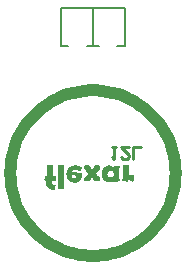
<source format=gbo>
%FSTAX44Y44*%
%MOMM*%
%SFA1B1*%

%IPPOS*%
%ADD10C,0.999998*%
%ADD11C,0.200000*%
%ADD12C,0.220000*%
%LNpcb1-1*%
%LPD*%
G36*
X00072633Y00074844D02*
X0007295D01*
X00073194Y0007482*
X00073414Y00074796*
X00073585*
X00073682Y00074771*
X00073731*
X00073902Y00074722*
X00074Y00074698*
X00074073Y00074649*
X00074097*
X0007417Y00074576*
X00074195Y00074478*
X00074219Y00074405*
Y00074381*
Y00071891*
Y00071793*
X0007417Y0007172*
X00074097Y00071549*
X00074Y00071427*
X00073975Y00071403*
X00073951Y00071378*
X0007356Y00070963*
X00073218Y00070573*
X00072877Y00070231*
X00072559Y00069889*
X00072291Y00069596*
X00072022Y00069303*
X00071778Y00069059*
X00071583Y0006884*
X00071388Y0006862*
X00071217Y00068449*
X00071095Y00068303*
X00070973Y00068205*
X000709Y00068107*
X00070826Y00068034*
X00070802Y0006801*
X00070777Y00067985*
X00071168Y0006757*
X0007151Y00067204*
X00071851Y00066862*
X00072169Y00066521*
X00072437Y00066228*
X00072706Y00065959*
X0007295Y00065715*
X00073145Y00065496*
X0007334Y000653*
X00073511Y00065129*
X00073633Y00064983*
X00073755Y00064861*
X00073829Y00064788*
X00073902Y00064714*
X00073951Y00064666*
X00074048Y00064592*
X00074097Y00064519*
X00074195Y00064348*
X00074219Y00064251*
Y00064202*
Y00061712*
X00074195Y0006159*
X00074146Y00061492*
X00074048Y00061444*
X00073975Y00061395*
X0007378Y00061346*
X00073194*
X00072877Y0006137*
X0007234*
X0007212Y00061395*
X00071925*
X0007151Y00061419*
X00070851*
X00070607Y00061444*
X0007007*
X00069972Y00061492*
X00069801Y00061566*
X00069703Y00061663*
X00069655Y00061688*
Y00061712*
X00069362Y00062152*
X0006902Y00062591*
X00068678Y0006303*
X00068361Y00063445*
X00068068Y00063811*
X00067946Y00063958*
X00067848Y0006408*
X00067751Y00064202*
X00067677Y00064275*
X00067653Y00064324*
X00067629Y00064348*
X0006714Y00063787*
X00066701Y00063274*
X00066335Y0006281*
X00066042Y00062444*
X00065798Y00062127*
X00065627Y00061907*
X00065505Y00061761*
X00065481Y00061712*
X00065383Y00061615*
X00065285Y00061541*
X00065114Y00061444*
X00064993Y00061419*
X00064163*
X00063894Y00061395*
X00063259*
X00062869Y0006137*
X00062527*
X00062234Y00061346*
X00061575*
X00061404Y0006137*
X00061282Y00061395*
X00061209Y00061468*
X0006116Y00061517*
X00061087Y00061663*
Y00061688*
Y00061712*
Y00064202*
X00061111Y00064275*
X0006116Y00064348*
X00061233Y0006447*
X00061331Y00064592*
X00061575Y00064885*
X00061868Y00065203*
X00062161Y00065496*
X00062405Y00065764*
X00062503Y00065862*
X00062576Y00065935*
X00062625Y00065984*
X00062649Y00066008*
X00063382Y00066692*
X00063699Y00067009*
X00064016Y00067302*
X0006426Y00067546*
X00064456Y00067717*
X00064577Y00067839*
X00064626Y00067888*
X00064236Y00068303*
X00063845Y00068693*
X00063504Y00069059*
X00063186Y00069401*
X00062893Y00069718*
X00062625Y00069987*
X00062405Y00070255*
X00062185Y00070475*
X0006199Y0007067*
X00061819Y00070841*
X00061697Y00070988*
X00061575Y0007111*
X00061502Y00071207*
X00061429Y00071281*
X00061404Y00071305*
X0006138Y00071329*
X00061282Y00071451*
X00061233Y00071549*
X00061136Y0007172*
X00061111Y00071818*
Y00071866*
Y00072037*
Y00072257*
Y00072672*
X00061087Y00072843*
Y00072989*
Y00073087*
Y00073136*
Y00073429*
Y00073673*
Y00073892*
Y00074063*
Y0007421*
Y00074307*
Y00074356*
Y00074381*
X00061111Y00074454*
X00061185Y00074551*
X00061282Y000746*
X00061429Y00074674*
X000616Y00074698*
X00061795Y00074747*
X0006221Y00074796*
X000626Y00074844*
X00062796*
X00062967Y00074869*
X00063674*
X00063992Y00074844*
X0006426*
X0006448Y0007482*
X00064626Y00074796*
X00064748*
X00064822Y00074771*
X00064846*
X0006509Y00074698*
X00065261Y00074576*
X00065359Y00074478*
X00065383Y00074429*
X00065725Y0007399*
X00066042Y000736*
X00066311Y00073258*
X00066555Y0007294*
X00066774Y00072672*
X0006697Y00072428*
X00067116Y00072233*
X00067263Y00072062*
X00067385Y00071915*
X00067458Y00071818*
X00067604Y00071647*
X00067653Y00071574*
X00067677Y00071549*
X00068166Y00072233*
X00068605Y00072818*
X00068947Y00073331*
X0006924Y00073746*
X00069484Y00074063*
X00069655Y00074307*
X00069752Y00074454*
X00069777Y00074478*
Y00074503*
X00070021Y00074625*
X00070192Y00074722*
X00070289Y00074771*
X00070314*
X00070582Y00074796*
X00070851Y0007482*
X00071144Y00074844*
X00071412*
X00071632Y00074869*
X00072315*
X00072633Y00074844*
G37*
G36*
X00054081D02*
X00054692Y00074796D01*
X00055278Y00074698*
X0005579Y00074576*
X00056278Y00074429*
X00056718Y00074283*
X00057108Y00074112*
X0005745Y00073941*
X00057767Y0007377*
X00058036Y000736*
X00058256Y00073453*
X00058451Y00073307*
X00058597Y00073185*
X00058695Y00073087*
X00058744Y00073038*
X00058768Y00073014*
X00058915Y00072892*
X00058988Y00072771*
X00059012Y00072721*
Y00072696*
X00058988Y00072525*
X00058915Y00072306*
X00058793Y00072037*
X0005867Y00071744*
X00058524Y00071476*
X00058426Y00071256*
X00058329Y0007111*
X00058304Y00071085*
Y00071061*
X00058182Y00070817*
X0005806Y00070622*
X00057938Y00070426*
X00057841Y0007028*
X0005767Y00070036*
X00057548Y0006984*
X00057426Y00069718*
X00057352Y0006967*
X00057328Y00069621*
X00057304*
X00056913Y00069865*
X00056571Y00070085*
X00056425Y00070182*
X00056327Y00070255*
X00056254Y0007028*
X0005623Y00070304*
X00055766Y00070524*
X00055302Y00070695*
X00054864Y00070817*
X00054496Y0007089*
X00054155Y00070939*
X00053911Y00070988*
X00053691*
X00053325Y00070963*
X00052959Y00070914*
X00052666Y00070866*
X00052373Y00070768*
X00052153Y00070695*
X00051982Y00070646*
X00051885Y00070597*
X00051836Y00070573*
X00051494Y00070377*
X00051226Y00070158*
X0005103Y00069938*
X00050884Y00069694*
X00050762Y00069499*
X00050713Y00069328*
X00050664Y0006923*
Y00069181*
X00051274Y00069133*
X00051836Y00069084*
X00052348Y00069035*
X00052837Y00069011*
X00053276Y00068962*
X00053691Y00068913*
X00054057Y00068888*
X00054374Y00068864*
X00054667Y0006884*
X00054911Y00068815*
X00055131Y00068791*
X00055302Y00068766*
X00055448*
X00055546Y00068742*
X00055619*
X00056107Y00068693*
X00056522Y00068644*
X00056913Y0006862*
X0005723Y00068571*
X00057499Y00068547*
X00057743Y00068522*
X00057938*
X00058109Y00068498*
X00058231Y00068473*
X00058402*
X00058451Y00068449*
X00058524*
X00058695Y000684*
X00058841Y00068327*
X00059061Y00068107*
X00059232Y00067839*
X0005933Y00067546*
X00059403Y00067277*
X00059427Y00067033*
X00059452Y00066936*
Y00066862*
Y00066838*
Y00066814*
X00059427Y00066301*
X00059378Y00065837*
X00059281Y00065373*
X00059159Y00064934*
X00059012Y00064519*
X00058841Y00064129*
X0005867Y00063762*
X000585Y00063421*
X00058329Y00063128*
X00058158Y00062884*
X00057987Y0006264*
X00057841Y00062444*
X00057718Y00062298*
X00057621Y000622*
X00057572Y00062127*
X00057548Y00062103*
X00057181Y00061761*
X00056815Y00061444*
X00056425Y00061175*
X00056034Y00060955*
X00055644Y0006076*
X00055278Y00060614*
X00054911Y00060467*
X00054545Y0006037*
X00054229Y00060296*
X00053911Y00060223*
X00053642Y00060174*
X00053422Y0006015*
X00053227*
X00053081Y00060126*
X00052959*
X00052373Y0006015*
X00051811Y00060223*
X00051274Y00060321*
X00050786Y00060467*
X00050322Y00060614*
X00049907Y00060809*
X00049517Y00061004*
X00049175Y00061199*
X00048858Y00061395*
X00048565Y0006159*
X00048345Y00061785*
X0004815Y00061932*
X00047979Y00062078*
X00047881Y00062176*
X00047808Y00062249*
X00047784Y00062273*
X00047442Y00062664*
X00047174Y00063103*
X00046905Y00063543*
X0004671Y00063982*
X00046515Y00064422*
X00046368Y00064861*
X00046246Y000653*
X00046148Y00065715*
X00046051Y00066106*
X00046002Y00066447*
X00045953Y00066789*
X00045929Y00067058*
Y00067277*
X00045904Y00067448*
Y00067546*
Y00067595*
X00045929Y00068205*
X00046002Y00068766*
X00046101Y00069328*
X00046246Y0006984*
X00046392Y00070304*
X00046588Y00070744*
X00046759Y00071159*
X00046978Y00071501*
X00047174Y00071842*
X00047369Y00072136*
X0004754Y00072379*
X00047686Y00072574*
X00047833Y00072721*
X0004793Y00072843*
X00048004Y00072916*
X00048028Y0007294*
X00048418Y00073282*
X00048834Y00073575*
X00049273Y00073844*
X00049737Y00074063*
X00050176Y00074234*
X00050615Y00074405*
X00051055Y00074527*
X00051494Y00074625*
X00051885Y00074698*
X00052251Y00074771*
X00052568Y0007482*
X00052861Y00074844*
X00053105*
X00053276Y00074869*
X00053422*
X00054081Y00074844*
G37*
G36*
X00033236D02*
X00033797D01*
X00033968Y0007482*
X00034066*
X00034188Y00074796*
X00034285Y00074771*
X00034334Y00074698*
X00034383Y00074649*
X00034432Y00074551*
Y00074503*
Y00074088*
Y00073648*
X00034408Y00073185*
Y00072721*
X00034383Y0007233*
Y00072136*
Y00071988*
X00034359Y00071866*
Y00071769*
Y0007172*
Y00071696*
X00034334Y00071329*
X0003431Y00071012*
Y00070695*
X00034285Y00070426*
X00034261Y00070158*
Y00069938*
X00034237Y00069548*
Y00069255*
X00034212Y00069059*
Y00068937*
Y00068888*
X00034188Y00068229*
Y00067644*
X00034163Y00067131*
X00034139Y00066716*
Y00066374*
X00034115Y0006613*
Y00065984*
Y00065935*
X00034481Y00065959*
X00034871Y00065984*
X00035262Y00066008*
X00035652*
X00035994Y00066033*
X00036531*
X00036653Y00066008*
X00036751Y00065984*
X000368Y00065935*
X00036849Y00065862*
X00036897Y0006574*
Y00065715*
Y00065691*
Y00065447*
Y00065154*
Y00064836*
Y00064495*
Y00064178*
Y00063933*
Y00063836*
Y00063762*
Y00063714*
Y00063689*
X00036873Y00063225*
Y00062835*
Y00062493*
X00036849Y000622*
Y00061981*
Y00061834*
Y00061736*
Y00061712*
X00036824Y00061615*
X00036775Y00061517*
X00036653Y00061444*
X00036507Y00061395*
X00035677*
X00035481Y00061419*
X00034896*
X00034652Y00061444*
X00033968*
X00033919Y00061126*
X00033895Y00060858*
X00033871Y00060736*
Y00060638*
Y00060589*
Y00060565*
X00033895Y00060052*
X00033944Y00059637*
X00034017Y00059296*
X00034115Y00059027*
X00034212Y00058832*
X00034285Y00058685*
X00034334Y00058612*
X00034359Y00058588*
X00034505Y0005849*
X000347Y00058392*
X0003492Y00058319*
X00035164Y0005827*
X00035408Y00058222*
X00035604Y00058197*
X00035726Y00058173*
X00035774*
X00036116Y00058124*
X0003636Y00058051*
X00036531Y00057978*
X00036653Y00057904*
X00036726Y00057831*
X00036751Y00057782*
X00036775Y00057758*
Y00057733*
X00036751Y00057489*
X00036726Y00057196*
X00036703Y00057099*
X00036678Y00057001*
X00036653Y00056928*
Y00056904*
X00036604Y00056684*
X00036555Y00056513*
X00036531Y00056391*
X00036507Y00056293*
X00036482Y0005622*
Y00056171*
Y00056147*
X00036409Y00055683*
X00036336Y00055268*
X00036263Y00054951*
X00036214Y00054682*
X00036189Y00054487*
X00036165Y00054341*
X00036141Y00054267*
Y00054243*
X00036068Y00054145*
X00035945Y00054096*
X00035848Y00054072*
X00035799*
X00035042Y00054096*
X00034334Y0005417*
X00033675Y00054267*
X00033089Y00054414*
X00032528Y00054585*
X0003204Y00054755*
X000316Y00054975*
X0003121Y0005517*
X00030844Y00055366*
X00030551Y00055561*
X00030307Y00055756*
X00030112Y00055927*
X00029941Y00056074*
X00029843Y00056171*
X0002977Y00056244*
X00029745Y00056269*
X00029575Y00056489*
X00029428Y00056733*
X00029184Y00057294*
X00029037Y0005788*
X00028915Y00058466*
X00028842Y00058978*
X00028818Y00059222*
Y00059418*
X00028793Y00059589*
Y0005971*
Y00059784*
Y00059808*
Y00060077*
X00028818Y00060345*
Y00060638*
X00028842Y00060931*
Y00061175*
X00028867Y0006137*
Y00061517*
Y00061541*
Y00061566*
X000285Y0006159*
X00028183Y00061615*
X00028061*
X00027963Y00061639*
X0002789*
X00027719Y00061688*
X00027573Y00061785*
X00027475Y00061883*
X00027426Y00061981*
X00027378Y00062103*
X00027353Y00062176*
Y00062249*
Y00062273*
Y00062688*
Y00063103*
Y0006347*
X00027378Y00063811*
Y00064153*
X00027402Y00064446*
Y00064714*
X00027426Y00064934*
Y00065154*
Y00065349*
X00027451Y00065496*
Y00065618*
X00027475Y0006574*
Y00065813*
Y00065837*
Y00065862*
X000275Y00065935*
X00027549Y00065984*
X00027695Y00066033*
X00027841Y00066057*
X00028207*
X00028354Y00066033*
X00028525*
X0002872Y00066057*
X00028842Y00066106*
X0002894Y00066155*
X00029013Y00066228*
X00029062Y00066325*
X00029086Y00066374*
Y00066423*
Y00066447*
Y00074234*
X00029111Y00074381*
X00029159Y00074527*
X00029233Y00074625*
X0002933Y00074698*
X00029477Y00074771*
X00029526Y00074796*
X00029648*
X0002977Y0007482*
X00030087Y00074844*
X00030429*
X00030771Y00074869*
X00033041*
X00033236Y00074844*
G37*
G36*
X0009753D02*
X00098044D01*
X00098214Y0007482*
X00098336*
X00098507Y00074796*
X00098629Y00074747*
X00098702Y00074674*
X00098775Y00074625*
X00098824Y00074478*
Y00074454*
Y00074429*
Y00074283*
Y00074088*
X00098799Y00073697*
X00098775Y00073526*
Y0007338*
X00098751Y00073282*
Y00073258*
X00098726Y00072965*
Y00072721*
Y00072501*
X00098702Y0007233*
Y00072184*
Y00072086*
Y00072037*
Y00072013*
Y00071769*
Y00071476*
Y00071159*
Y00070866*
X00098679Y00070597*
Y00070377*
Y00070231*
Y00070207*
Y00070182*
Y00069743*
X00098653Y00069377*
Y00069059*
Y00068791*
Y00068596*
Y00068449*
Y00068351*
Y00068327*
X00098679Y00067936*
X00098726Y00067619*
X00098775Y00067375*
X00098873Y0006718*
X00098946Y00067033*
X00098995Y00066936*
X00099044Y00066887*
X00099068Y00066862*
X00099263Y0006674*
X00099507Y00066643*
X00099752Y00066594*
X0010002Y00066545*
X00100288Y00066521*
X00100484Y00066496*
X00100923*
X00101167Y00066521*
X00101289*
X00101387Y00066545*
X0010146*
X00101802Y0006657*
X00102241*
X00102436Y00066545*
X00102583Y00066472*
X00102681Y00066399*
X00102754Y00066277*
X00102803Y00066179*
X00102827Y00066106*
Y00066033*
Y00066008*
Y00065886*
Y00065715*
Y00065349*
X00102803Y00065178*
Y00065032*
Y00064934*
Y0006491*
Y00064666*
Y00064446*
Y00064251*
Y00064104*
Y00063982*
Y00063884*
Y00063836*
Y00063811*
Y00063665*
X00102827Y00063494*
X00102851Y00063103*
Y00062933*
X00102876Y00062786*
Y00062688*
Y00062664*
X001029Y00062396*
X00102925Y00062176*
X00102949Y00061981*
X00102974Y0006181*
Y00061688*
Y0006159*
Y00061541*
Y00061517*
X00102949Y00061395*
X00102851Y00061297*
X00102729Y00061248*
X00102583Y00061199*
X00102412Y00061175*
X0010229Y00061151*
X00102168*
X00101704Y00061175*
X00101241Y00061273*
X00100826Y00061395*
X00100411Y00061517*
X00100069Y00061663*
X00099825Y00061785*
X00099727Y00061834*
X00099654Y00061883*
X00099605Y00061907*
X00099581*
X00099385Y00062029*
X0009919Y00062127*
X00098897Y00062298*
X00098702Y0006242*
X00098555Y00062518*
X00098482Y00062566*
X00098433Y00062615*
X00098409Y0006264*
X00098336Y00062591*
X00098287Y00062469*
X00098238Y00062322*
X00098214Y00062152*
X00098189Y00062005*
X00098165Y00061859*
Y00061761*
Y00061736*
X0009814Y00061444*
X00098092Y00061224*
X00098044Y00061078*
X00097994Y00060955*
X00097945Y00060907*
X00097896Y00060882*
X00097872Y00060858*
X00097799*
X00097725Y00060882*
X00097604Y00060907*
X00097457Y00060931*
X00097286Y00060955*
X00097091Y00061004*
X00096651Y00061078*
X00096236Y00061151*
X00096041Y00061199*
X0009587Y00061224*
X00095748Y00061248*
X00095626Y00061273*
X00095553Y00061297*
X00095529*
X00095016Y0006137*
X00094552Y00061444*
X00094162Y00061517*
X00093844Y00061566*
X000936Y0006159*
X00093405Y00061615*
X00093307Y00061639*
X00093259*
X00093137Y00061712*
X00093088Y00061785*
X00093063Y00061883*
Y00061907*
X00093088Y00062029*
Y00062078*
Y00062103*
X00093185Y00062518*
X00093283Y00062957*
X00093429Y0006386*
X00093552Y00064788*
X000936Y00065227*
X00093625Y00065642*
X00093649Y00066033*
X00093673Y00066399*
Y0006674*
X00093698Y00067009*
Y00067253*
Y00067424*
Y00067522*
Y0006757*
Y0006779*
Y00068034*
Y00068596*
Y00069157*
Y00069694*
X00093673Y00070182*
Y00070402*
Y00070597*
Y00070744*
Y00070866*
Y00070939*
Y00070963*
Y00071378*
Y00071744*
Y00072111*
Y00072428*
Y00072745*
Y00073014*
Y00073258*
Y00073477*
Y00073697*
Y00073868*
Y0007399*
Y00074112*
Y0007421*
Y00074283*
Y00074307*
Y00074332*
X00093698Y00074454*
X00093747Y00074576*
X00093893Y00074698*
X0009404Y00074771*
X00094088Y00074796*
X00094113*
X00094455Y0007482*
X00094796Y00074844*
X00095162*
X00095504Y00074869*
X00097189*
X0009753Y00074844*
G37*
G36*
X00082445D02*
X00082763Y00074796D01*
X0008308Y00074722*
X00083397Y00074625*
X00083983Y00074356*
X00084471Y00074063*
X00084691Y00073917*
X00084911Y00073795*
X00085081Y00073648*
X00085228Y00073526*
X0008535Y00073429*
X00085423Y00073355*
X00085472Y00073307*
X00085496Y00073282*
X00085618Y00073185*
X00085716Y00073111*
X00085765Y00073063*
X00085789*
X00085838Y00073087*
X00085863Y00073185*
X00085911Y00073307*
X00085936Y00073453*
X0008596Y00073624*
Y00073746*
X00085985Y00073844*
Y00073868*
X00086033Y00074137*
X00086082Y00074332*
X00086155Y00074478*
X00086229Y00074576*
X00086302Y00074625*
X00086351Y00074649*
X00086375Y00074674*
X00087205*
X00087962Y00074649*
X00088646Y00074625*
X00088938*
X00089231Y000746*
X00089695*
X00089916Y00074576*
X00090061*
X00090207Y00074551*
X00090378*
X00090549Y00074527*
X00090671Y00074454*
X00090744Y00074356*
X00090818Y00074234*
X00090842Y00074137*
X00090867Y00074039*
Y00073966*
Y00073941*
Y00073722*
Y00073502*
X00090842Y00072989*
X00090818Y00072452*
X00090793Y0007194*
X00090769Y00071476*
X00090744Y00071256*
Y00071085*
Y00070939*
X0009072Y00070841*
Y00070768*
Y00070744*
X00090696Y00070353*
X00090671Y00069987*
Y00069645*
X00090647Y00069328*
Y00069035*
X00090622Y00068766*
Y00068522*
Y00068303*
X00090598Y00068132*
Y00067961*
Y00067814*
Y00067692*
Y00067619*
Y00067546*
Y00067497*
X00090622Y00066447*
X00090671Y00065447*
X0009072Y00064983*
X00090744Y00064544*
X00090793Y00064104*
X00090842Y00063738*
X00090891Y00063373*
X0009094Y00063055*
X00090964Y00062786*
X00091013Y00062542*
X00091037Y00062347*
X00091062Y00062225*
X00091086Y00062127*
Y00062103*
X00091111Y00061956*
Y00061859*
Y0006181*
X00091086Y00061712*
X00091013Y00061639*
X0009094Y0006159*
X00090915Y00061566*
X00090647Y00061492*
X00090354Y00061419*
X00090012Y00061346*
X0008967Y00061273*
X00089377Y00061199*
X00089109Y00061151*
X00089036Y00061126*
X00088962Y00061102*
X00088889*
X00088401Y00061004*
X00087962Y00060931*
X0008762Y00060882*
X00087352Y00060833*
X00087156*
X0008701Y00060809*
X00086912*
X00086839Y00060833*
X00086766Y00060907*
X00086692Y00061029*
X00086644Y00061151*
X00086595Y00061273*
X00086546Y00061395*
X00086522Y00061468*
Y00061492*
X00086473Y00061712*
X00086399Y00061883*
X00086351Y00061981*
X00086326Y00062078*
X00086302Y00062127*
X00086277Y00062152*
X00086253*
X00086155Y00062127*
X00086131Y00062103*
X00085887Y00061834*
X00085618Y0006159*
X0008535Y0006137*
X00085057Y00061199*
X00084764Y00061053*
X00084471Y00060931*
X0008391Y00060736*
X00083422Y00060614*
X00083202Y00060589*
X00083007Y00060565*
X0008286Y00060541*
X0008264*
X00082055Y00060565*
X00081518Y00060638*
X00080981Y00060736*
X00080518Y00060858*
X00080053Y00061029*
X00079638Y00061199*
X00079272Y00061395*
X0007893Y00061566*
X00078637Y00061761*
X00078369Y00061956*
X00078125Y00062127*
X00077954Y00062298*
X00077807Y0006242*
X0007771Y00062518*
X00077637Y00062591*
X00077612Y00062615*
X00077295Y00063006*
X00077026Y00063396*
X00076807Y00063836*
X00076587Y00064275*
X00076416Y00064714*
X00076294Y00065154*
X00076172Y00065569*
X00076074Y00065984*
X00076001Y00066374*
X00075952Y00066716*
X00075903Y00067033*
X00075879Y00067326*
Y00067546*
X00075855Y00067717*
Y00067814*
Y00067863*
X00075879Y00068376*
X00075928Y00068888*
X00076001Y00069352*
X00076123Y00069816*
X00076245Y00070231*
X00076392Y00070646*
X00076563Y00071012*
X00076709Y00071329*
X0007688Y00071647*
X00077026Y00071915*
X00077173Y00072136*
X00077295Y0007233*
X00077417Y00072501*
X0007749Y00072599*
X00077539Y00072672*
X00077563Y00072696*
X00077905Y00073087*
X00078271Y00073404*
X00078662Y00073697*
X00079028Y00073941*
X00079418Y00074161*
X00079785Y00074332*
X00080151Y00074478*
X00080518Y000746*
X00080834Y00074698*
X00081151Y00074747*
X0008142Y00074796*
X0008164Y00074844*
X00081835*
X00081981Y00074869*
X00082104*
X00082445Y00074844*
G37*
G36*
X00042267D02*
X00042682D01*
X00043Y0007482*
X00043219Y00074796*
X0004339*
X00043488Y00074771*
X00043512*
X00043634Y00074722*
X00043708Y00074674*
X00043805Y00074551*
X00043854Y00074454*
Y00074405*
Y00074234*
Y00074063*
Y00073697*
X00043829Y00073526*
Y00073404*
Y00073307*
Y00073282*
X00043805Y00073014*
X00043781Y00072794*
Y00072599*
X00043756Y00072452*
Y0007233*
Y00072257*
Y00072208*
Y00072184*
Y00071769*
Y00071329*
Y00070866*
X00043732Y00070402*
Y00069401*
Y00068449*
Y0006801*
Y00067595*
Y00067204*
Y00066887*
Y00066618*
Y00066423*
Y00066301*
Y00066252*
Y00065373*
X00043756Y00064446*
X00043805Y00062591*
X00043829Y00061688*
X00043854Y00060785*
X00043903Y0005993*
X00043927Y00059125*
X00043976Y00058368*
X00044Y0005766*
X00044025Y0005705*
X00044049Y00056757*
X00044074Y00056513*
Y00056293*
X00044098Y00056074*
Y00055903*
Y00055756*
X00044123Y00055634*
Y00055561*
Y00055512*
Y00055488*
Y00055268*
Y0005517*
X00044074Y00055073*
X00043976Y00055*
X00043854Y00054951*
X00038752*
X0003863Y00054975*
X00038533Y00055*
X00038484Y00055048*
X00038435Y00055097*
X00038386Y00055219*
Y00055245*
Y00055268*
Y00055341*
X00038411Y00055415*
X00038435Y00055463*
Y00055488*
X00038533Y00056367*
X00038606Y00057294*
X00038679Y00058173*
X00038704Y00058612*
X00038728Y00059027*
Y00059418*
X00038752Y00059759*
Y00060077*
X00038777Y00060345*
Y00060565*
Y00060711*
Y00060833*
Y00060858*
X00038752Y00066252*
Y00066496*
Y00066765*
Y00067375*
Y00067985*
Y00068596*
X00038728Y00068888*
Y00069157*
Y00069401*
Y00069596*
Y00069767*
Y00069889*
Y00069987*
Y00070011*
Y00070475*
Y0007089*
Y00071305*
Y00071671*
Y00072013*
Y00072306*
Y00072599*
Y00072843*
Y00073063*
Y00073258*
Y00073429*
Y00073551*
Y00073648*
Y00073746*
Y0007377*
Y00073795*
Y00074381*
X00038752Y00074478*
X00038777Y00074576*
X00038899Y00074698*
X00038996Y00074747*
X00039045Y00074771*
X00039143Y00074796*
X00039265*
X00039582Y0007482*
X00039949Y00074844*
X00040315*
X00040656Y00074869*
X00041804*
X00042267Y00074844*
G37*
%LNpcb1-2*%
%LPC*%
G36*
X00051128Y00066496D02*
X00050811D01*
X00050664Y00066472*
X00050566Y00066423*
X00050493Y00066374*
X00050444Y00066301*
X00050396Y00066155*
Y0006613*
Y00066106*
X0005042Y00065788*
X00050493Y00065471*
X00050566Y00065203*
X00050689Y00064959*
X00050786Y00064763*
X0005086Y00064617*
X00050933Y00064519*
X00050957Y00064495*
X00051177Y00064251*
X00051421Y0006408*
X00051665Y00063933*
X00051885Y0006386*
X0005208Y00063811*
X00052251Y00063762*
X00052397*
X00052715Y00063787*
X00052983Y0006386*
X00053252Y00063982*
X00053471Y0006408*
X00053642Y00064202*
X00053764Y00064324*
X00053862Y00064397*
X00053886Y00064422*
X00054106Y00064666*
X00054252Y00064934*
X00054374Y00065178*
X00054448Y00065422*
X00054496Y00065618*
X00054521Y00065788*
Y00065886*
Y00065935*
X00054496Y00065984*
X00054448Y00066033*
X00054301Y0006613*
X0005413Y00066155*
X00054081Y00066179*
X00054057*
X00053666Y00066228*
X00053276Y00066277*
X00052934Y00066325*
X00052617Y0006635*
X00052324Y00066399*
X00052055Y00066423*
X00051811Y00066447*
X00051592*
X00051421Y00066472*
X0005125*
X00051128Y00066496*
G37*
G36*
X00083397Y00070377D02*
X00083348D01*
X00082933Y00070353*
X00082567Y00070255*
X0008225Y00070133*
X00081981Y00069962*
X00081762Y00069816*
X00081591Y00069694*
X00081469Y00069596*
X00081444Y00069572*
X00081176Y00069255*
X00081005Y00068913*
X00080859Y00068571*
X00080761Y00068278*
X00080712Y0006801*
X00080688Y0006779*
X00080663Y00067644*
Y00067619*
Y00067595*
X00080688Y00067155*
X00080785Y00066765*
X00080907Y00066423*
X0008103Y0006613*
X00081176Y0006591*
X00081274Y0006574*
X00081371Y00065618*
X00081396Y00065593*
X00081689Y00065325*
X00082006Y00065129*
X00082348Y00065007*
X0008264Y0006491*
X00082933Y00064861*
X00083153Y00064812*
X00083348*
X00083788Y00064836*
X00084178Y00064934*
X0008452Y00065056*
X00084788Y00065203*
X00085033Y00065349*
X00085179Y00065471*
X00085301Y00065569*
X00085325Y00065593*
X0008557Y0006591*
X00085765Y00066228*
X00085887Y0006657*
X00085985Y00066887*
X00086033Y00067155*
X00086082Y00067399*
Y00067546*
Y0006757*
Y00067595*
X00086058Y00068034*
X0008596Y000684*
X00085838Y00068742*
X00085716Y00069035*
X0008557Y00069279*
X00085448Y0006945*
X0008535Y00069548*
X00085325Y00069596*
X00085033Y00069865*
X00084691Y00070036*
X00084374Y00070182*
X00084056Y0007028*
X00083763Y00070329*
X00083544Y00070353*
X00083397Y00070377*
G37*
%LNpcb1-3*%
%LPD*%
G54D10*
X00138433Y00068275D02*
D01*
X00138263Y00073158*
X00137752Y00078017*
X00136904Y00082829*
X00135722Y0008757*
X00134212Y00092217*
X00132382Y00096747*
X0013024Y00101138*
X00127797Y0010537*
X00125065Y0010942*
X00122056Y00113271*
X00118787Y00116901*
X00115273Y00120295*
X0011153Y00123436*
X00107577Y00126308*
X00103433Y00128897*
X00099119Y00131191*
X00094656Y00133178*
X00090065Y00134849*
X00085368Y00136196*
X00080589Y00137212*
X0007575Y00137892*
X00070876Y00138233*
X0006599*
X00061116Y00137892*
X00056278Y00137212*
X00051499Y00136196*
X00046802Y00134849*
X00042211Y00133178*
X00037747Y00131191*
X00033433Y00128897*
X0002929Y00126308*
X00025337Y00123436*
X00021594Y00120295*
X00018079Y00116901*
X0001481Y00113271*
X00011802Y0010942*
X0000907Y0010537*
X00006627Y00101138*
X00004485Y00096747*
X00002655Y00092217*
X00001145Y0008757*
X-00000036Y00082829*
X-00000884Y00078017*
X-00001395Y00073158*
X-00001565Y00068275*
X-00001395Y00063392*
X-00000884Y00058533*
X-00000036Y00053722*
X00001145Y00048981*
X00002655Y00044334*
X00004485Y00039804*
X00006627Y00035412*
X0000907Y00031181*
X00011802Y00027131*
X0001481Y0002328*
X00018079Y00019649*
X00021594Y00016255*
X00025337Y00013115*
X0002929Y00010243*
X00033433Y00007654*
X00037747Y0000536*
X00042211Y00003373*
X00046802Y00001701*
X00051499Y00000355*
X00056278Y-0000066*
X00061116Y-0000134*
X0006599Y-00001681*
X00070876*
X0007575Y-0000134*
X00080589Y-0000066*
X00085368Y00000355*
X00090065Y00001701*
X00094656Y00003373*
X00099119Y0000536*
X00103433Y00007654*
X00107577Y00010243*
X0011153Y00013115*
X00115273Y00016255*
X00118787Y00019649*
X00122056Y0002328*
X00125065Y00027131*
X00127797Y00031181*
X0013024Y00035412*
X00132382Y00039804*
X00134212Y00044334*
X00135722Y00048981*
X00136904Y00053722*
X00137752Y00058533*
X00138263Y00063392*
X00138433Y00068275*
G54D11*
X00041184Y00176632D02*
Y00208219D01*
Y00176127D02*
X00047665D01*
X00089047D02*
X00095527D01*
Y00198374D02*
Y00205906D01*
X00063315Y00176127D02*
X0007328D01*
X00041184Y00208219D02*
X00095527D01*
X00068654Y00176127D02*
Y00208219D01*
X00095527Y00176127D02*
Y00208219D01*
G54D12*
X00084188Y00090449D02*
X0008752D01*
X00085854*
Y00080452*
X00084188Y00082118*
X00099183Y00090449D02*
X00092518D01*
X00099183Y00083784*
Y00082118*
X00097517Y00080452*
X00094184*
X00092518Y00082118*
X00102515Y00080452D02*
Y00090449D01*
X00109179*
M02*
</source>
